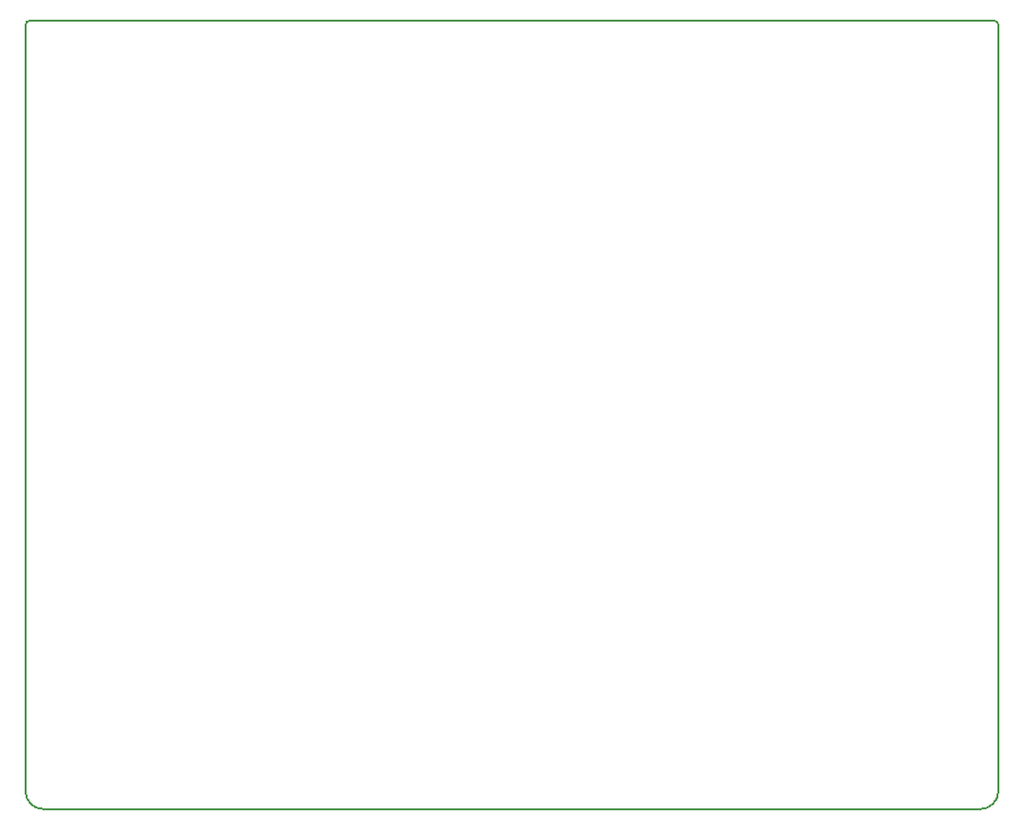
<source format=gbr>
G04 #@! TF.GenerationSoftware,KiCad,Pcbnew,5.0.2+dfsg1-1~bpo9+1*
G04 #@! TF.CreationDate,2019-10-18T00:12:00+01:00*
G04 #@! TF.ProjectId,Sigrok-sniffer,53696772-6f6b-42d7-936e-69666665722e,rev?*
G04 #@! TF.SameCoordinates,Original*
G04 #@! TF.FileFunction,Profile,NP*
%FSLAX46Y46*%
G04 Gerber Fmt 4.6, Leading zero omitted, Abs format (unit mm)*
G04 Created by KiCad (PCBNEW 5.0.2+dfsg1-1~bpo9+1) date Fri 18 Oct 2019 00:12:00 BST*
%MOMM*%
%LPD*%
G01*
G04 APERTURE LIST*
%ADD10C,0.150000*%
%ADD11C,0.200000*%
G04 APERTURE END LIST*
D10*
X106172000Y-52832000D02*
X188976000Y-52832000D01*
X105791000Y-56388000D02*
X105791000Y-53213000D01*
X189357000Y-53213000D02*
X189357000Y-56388000D01*
X105791000Y-53213000D02*
G75*
G02X106172000Y-52832000I381000J0D01*
G01*
X188976000Y-52832000D02*
G75*
G02X189357000Y-53213000I0J-381000D01*
G01*
X186436000Y-120650000D02*
X187833000Y-120650000D01*
X189357000Y-118110000D02*
X189357000Y-119126000D01*
X107315000Y-120650000D02*
X109093000Y-120650000D01*
X105791000Y-118110000D02*
X105791000Y-119126000D01*
D11*
X107315000Y-120650000D02*
G75*
G02X105791000Y-119126000I0J1524000D01*
G01*
X189357000Y-119126000D02*
G75*
G02X187833000Y-120650000I-1524000J0D01*
G01*
D10*
X189357000Y-56388000D02*
X189357000Y-62357000D01*
X105791000Y-63627000D02*
X105791000Y-56388000D01*
X105791000Y-118110000D02*
X105791000Y-63627000D01*
X186436000Y-120650000D02*
X109093000Y-120650000D01*
X189357000Y-62357000D02*
X189357000Y-118110000D01*
M02*

</source>
